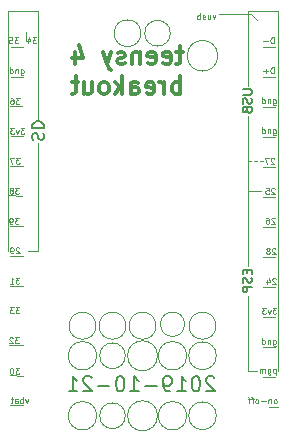
<source format=gbo>
G04 #@! TF.GenerationSoftware,KiCad,Pcbnew,(5.1.4)-1*
G04 #@! TF.CreationDate,2019-11-09T18:50:37+08:00*
G04 #@! TF.ProjectId,teensy4_header_breakout,7465656e-7379-4345-9f68-65616465725f,rev?*
G04 #@! TF.SameCoordinates,Original*
G04 #@! TF.FileFunction,Legend,Bot*
G04 #@! TF.FilePolarity,Positive*
%FSLAX46Y46*%
G04 Gerber Fmt 4.6, Leading zero omitted, Abs format (unit mm)*
G04 Created by KiCad (PCBNEW (5.1.4)-1) date 2019-11-09 18:50:37*
%MOMM*%
%LPD*%
G04 APERTURE LIST*
%ADD10C,0.120000*%
%ADD11C,0.076200*%
%ADD12C,0.127000*%
%ADD13C,0.150000*%
%ADD14C,0.203200*%
%ADD15C,0.300000*%
G04 APERTURE END LIST*
D10*
X149809200Y-88061800D02*
X148793200Y-88061800D01*
X149860000Y-93116400D02*
X148793200Y-93116400D01*
X149834600Y-95656400D02*
X148742400Y-95631000D01*
X149885400Y-98221800D02*
X148767800Y-98221800D01*
X149860000Y-100761800D02*
X148793200Y-100761800D01*
X149860000Y-103276400D02*
X148767800Y-103276400D01*
X148717000Y-108331000D02*
X149860000Y-108331000D01*
X148793200Y-110871000D02*
X149860000Y-110896400D01*
X148767800Y-113385600D02*
X149910800Y-113385600D01*
D11*
X150331714Y-112895742D02*
X150210761Y-113234409D01*
X150089809Y-112895742D01*
X149896285Y-113234409D02*
X149896285Y-112726409D01*
X149896285Y-112919933D02*
X149847904Y-112895742D01*
X149751142Y-112895742D01*
X149702761Y-112919933D01*
X149678571Y-112944123D01*
X149654380Y-112992504D01*
X149654380Y-113137647D01*
X149678571Y-113186028D01*
X149702761Y-113210219D01*
X149751142Y-113234409D01*
X149847904Y-113234409D01*
X149896285Y-113210219D01*
X149218952Y-113234409D02*
X149218952Y-112968314D01*
X149243142Y-112919933D01*
X149291523Y-112895742D01*
X149388285Y-112895742D01*
X149436666Y-112919933D01*
X149218952Y-113210219D02*
X149267333Y-113234409D01*
X149388285Y-113234409D01*
X149436666Y-113210219D01*
X149460857Y-113161838D01*
X149460857Y-113113457D01*
X149436666Y-113065076D01*
X149388285Y-113040885D01*
X149267333Y-113040885D01*
X149218952Y-113016695D01*
X149049619Y-112895742D02*
X148856095Y-112895742D01*
X148977047Y-112726409D02*
X148977047Y-113161838D01*
X148952857Y-113210219D01*
X148904476Y-113234409D01*
X148856095Y-113234409D01*
X149585438Y-110262609D02*
X149270961Y-110262609D01*
X149440295Y-110456133D01*
X149367723Y-110456133D01*
X149319342Y-110480323D01*
X149295152Y-110504514D01*
X149270961Y-110552895D01*
X149270961Y-110673847D01*
X149295152Y-110722228D01*
X149319342Y-110746419D01*
X149367723Y-110770609D01*
X149512866Y-110770609D01*
X149561247Y-110746419D01*
X149585438Y-110722228D01*
X148956485Y-110262609D02*
X148908104Y-110262609D01*
X148859723Y-110286800D01*
X148835533Y-110310990D01*
X148811342Y-110359371D01*
X148787152Y-110456133D01*
X148787152Y-110577085D01*
X148811342Y-110673847D01*
X148835533Y-110722228D01*
X148859723Y-110746419D01*
X148908104Y-110770609D01*
X148956485Y-110770609D01*
X149004866Y-110746419D01*
X149029057Y-110722228D01*
X149053247Y-110673847D01*
X149077438Y-110577085D01*
X149077438Y-110456133D01*
X149053247Y-110359371D01*
X149029057Y-110310990D01*
X149004866Y-110286800D01*
X148956485Y-110262609D01*
X149534638Y-107671809D02*
X149220161Y-107671809D01*
X149389495Y-107865333D01*
X149316923Y-107865333D01*
X149268542Y-107889523D01*
X149244352Y-107913714D01*
X149220161Y-107962095D01*
X149220161Y-108083047D01*
X149244352Y-108131428D01*
X149268542Y-108155619D01*
X149316923Y-108179809D01*
X149462066Y-108179809D01*
X149510447Y-108155619D01*
X149534638Y-108131428D01*
X149026638Y-107720190D02*
X149002447Y-107696000D01*
X148954066Y-107671809D01*
X148833114Y-107671809D01*
X148784733Y-107696000D01*
X148760542Y-107720190D01*
X148736352Y-107768571D01*
X148736352Y-107816952D01*
X148760542Y-107889523D01*
X149050828Y-108179809D01*
X148736352Y-108179809D01*
X149585438Y-105131809D02*
X149270961Y-105131809D01*
X149440295Y-105325333D01*
X149367723Y-105325333D01*
X149319342Y-105349523D01*
X149295152Y-105373714D01*
X149270961Y-105422095D01*
X149270961Y-105543047D01*
X149295152Y-105591428D01*
X149319342Y-105615619D01*
X149367723Y-105639809D01*
X149512866Y-105639809D01*
X149561247Y-105615619D01*
X149585438Y-105591428D01*
X149101628Y-105131809D02*
X148787152Y-105131809D01*
X148956485Y-105325333D01*
X148883914Y-105325333D01*
X148835533Y-105349523D01*
X148811342Y-105373714D01*
X148787152Y-105422095D01*
X148787152Y-105543047D01*
X148811342Y-105591428D01*
X148835533Y-105615619D01*
X148883914Y-105639809D01*
X149029057Y-105639809D01*
X149077438Y-105615619D01*
X149101628Y-105591428D01*
X149585438Y-102617209D02*
X149270961Y-102617209D01*
X149440295Y-102810733D01*
X149367723Y-102810733D01*
X149319342Y-102834923D01*
X149295152Y-102859114D01*
X149270961Y-102907495D01*
X149270961Y-103028447D01*
X149295152Y-103076828D01*
X149319342Y-103101019D01*
X149367723Y-103125209D01*
X149512866Y-103125209D01*
X149561247Y-103101019D01*
X149585438Y-103076828D01*
X148787152Y-103125209D02*
X149077438Y-103125209D01*
X148932295Y-103125209D02*
X148932295Y-102617209D01*
X148980676Y-102689780D01*
X149029057Y-102738161D01*
X149077438Y-102762352D01*
X149586647Y-100100190D02*
X149562457Y-100076000D01*
X149514076Y-100051809D01*
X149393123Y-100051809D01*
X149344742Y-100076000D01*
X149320552Y-100100190D01*
X149296361Y-100148571D01*
X149296361Y-100196952D01*
X149320552Y-100269523D01*
X149610838Y-100559809D01*
X149296361Y-100559809D01*
X149054457Y-100559809D02*
X148957695Y-100559809D01*
X148909314Y-100535619D01*
X148885123Y-100511428D01*
X148836742Y-100438857D01*
X148812552Y-100342095D01*
X148812552Y-100148571D01*
X148836742Y-100100190D01*
X148860933Y-100076000D01*
X148909314Y-100051809D01*
X149006076Y-100051809D01*
X149054457Y-100076000D01*
X149078647Y-100100190D01*
X149102838Y-100148571D01*
X149102838Y-100269523D01*
X149078647Y-100317904D01*
X149054457Y-100342095D01*
X149006076Y-100366285D01*
X148909314Y-100366285D01*
X148860933Y-100342095D01*
X148836742Y-100317904D01*
X148812552Y-100269523D01*
X149534638Y-97562609D02*
X149220161Y-97562609D01*
X149389495Y-97756133D01*
X149316923Y-97756133D01*
X149268542Y-97780323D01*
X149244352Y-97804514D01*
X149220161Y-97852895D01*
X149220161Y-97973847D01*
X149244352Y-98022228D01*
X149268542Y-98046419D01*
X149316923Y-98070609D01*
X149462066Y-98070609D01*
X149510447Y-98046419D01*
X149534638Y-98022228D01*
X148978257Y-98070609D02*
X148881495Y-98070609D01*
X148833114Y-98046419D01*
X148808923Y-98022228D01*
X148760542Y-97949657D01*
X148736352Y-97852895D01*
X148736352Y-97659371D01*
X148760542Y-97610990D01*
X148784733Y-97586800D01*
X148833114Y-97562609D01*
X148929876Y-97562609D01*
X148978257Y-97586800D01*
X149002447Y-97610990D01*
X149026638Y-97659371D01*
X149026638Y-97780323D01*
X149002447Y-97828704D01*
X148978257Y-97852895D01*
X148929876Y-97877085D01*
X148833114Y-97877085D01*
X148784733Y-97852895D01*
X148760542Y-97828704D01*
X148736352Y-97780323D01*
X149560038Y-94997209D02*
X149245561Y-94997209D01*
X149414895Y-95190733D01*
X149342323Y-95190733D01*
X149293942Y-95214923D01*
X149269752Y-95239114D01*
X149245561Y-95287495D01*
X149245561Y-95408447D01*
X149269752Y-95456828D01*
X149293942Y-95481019D01*
X149342323Y-95505209D01*
X149487466Y-95505209D01*
X149535847Y-95481019D01*
X149560038Y-95456828D01*
X148955276Y-95214923D02*
X149003657Y-95190733D01*
X149027847Y-95166542D01*
X149052038Y-95118161D01*
X149052038Y-95093971D01*
X149027847Y-95045590D01*
X149003657Y-95021400D01*
X148955276Y-94997209D01*
X148858514Y-94997209D01*
X148810133Y-95021400D01*
X148785942Y-95045590D01*
X148761752Y-95093971D01*
X148761752Y-95118161D01*
X148785942Y-95166542D01*
X148810133Y-95190733D01*
X148858514Y-95214923D01*
X148955276Y-95214923D01*
X149003657Y-95239114D01*
X149027847Y-95263304D01*
X149052038Y-95311685D01*
X149052038Y-95408447D01*
X149027847Y-95456828D01*
X149003657Y-95481019D01*
X148955276Y-95505209D01*
X148858514Y-95505209D01*
X148810133Y-95481019D01*
X148785942Y-95456828D01*
X148761752Y-95408447D01*
X148761752Y-95311685D01*
X148785942Y-95263304D01*
X148810133Y-95239114D01*
X148858514Y-95214923D01*
X149610838Y-92457209D02*
X149296361Y-92457209D01*
X149465695Y-92650733D01*
X149393123Y-92650733D01*
X149344742Y-92674923D01*
X149320552Y-92699114D01*
X149296361Y-92747495D01*
X149296361Y-92868447D01*
X149320552Y-92916828D01*
X149344742Y-92941019D01*
X149393123Y-92965209D01*
X149538266Y-92965209D01*
X149586647Y-92941019D01*
X149610838Y-92916828D01*
X149127028Y-92457209D02*
X148788361Y-92457209D01*
X149006076Y-92965209D01*
D10*
X149860000Y-90627200D02*
X148844000Y-90627200D01*
D11*
X150007561Y-89942609D02*
X149693085Y-89942609D01*
X149862419Y-90136133D01*
X149789847Y-90136133D01*
X149741466Y-90160323D01*
X149717276Y-90184514D01*
X149693085Y-90232895D01*
X149693085Y-90353847D01*
X149717276Y-90402228D01*
X149741466Y-90426419D01*
X149789847Y-90450609D01*
X149934990Y-90450609D01*
X149983371Y-90426419D01*
X150007561Y-90402228D01*
X149523752Y-90111942D02*
X149402800Y-90450609D01*
X149281847Y-90111942D01*
X149136704Y-89942609D02*
X148822228Y-89942609D01*
X148991561Y-90136133D01*
X148918990Y-90136133D01*
X148870609Y-90160323D01*
X148846419Y-90184514D01*
X148822228Y-90232895D01*
X148822228Y-90353847D01*
X148846419Y-90402228D01*
X148870609Y-90426419D01*
X148918990Y-90450609D01*
X149064133Y-90450609D01*
X149112514Y-90426419D01*
X149136704Y-90402228D01*
X149610838Y-87402609D02*
X149296361Y-87402609D01*
X149465695Y-87596133D01*
X149393123Y-87596133D01*
X149344742Y-87620323D01*
X149320552Y-87644514D01*
X149296361Y-87692895D01*
X149296361Y-87813847D01*
X149320552Y-87862228D01*
X149344742Y-87886419D01*
X149393123Y-87910609D01*
X149538266Y-87910609D01*
X149586647Y-87886419D01*
X149610838Y-87862228D01*
X148860933Y-87402609D02*
X148957695Y-87402609D01*
X149006076Y-87426800D01*
X149030266Y-87450990D01*
X149078647Y-87523561D01*
X149102838Y-87620323D01*
X149102838Y-87813847D01*
X149078647Y-87862228D01*
X149054457Y-87886419D01*
X149006076Y-87910609D01*
X148909314Y-87910609D01*
X148860933Y-87886419D01*
X148836742Y-87862228D01*
X148812552Y-87813847D01*
X148812552Y-87692895D01*
X148836742Y-87644514D01*
X148860933Y-87620323D01*
X148909314Y-87596133D01*
X149006076Y-87596133D01*
X149054457Y-87620323D01*
X149078647Y-87644514D01*
X149102838Y-87692895D01*
D10*
X148844000Y-85598000D02*
X149860000Y-85598000D01*
X150114000Y-82550000D02*
X150114000Y-81788000D01*
X148844000Y-83058000D02*
X149860000Y-83058000D01*
D11*
X151033238Y-82271809D02*
X150718761Y-82271809D01*
X150888095Y-82465333D01*
X150815523Y-82465333D01*
X150767142Y-82489523D01*
X150742952Y-82513714D01*
X150718761Y-82562095D01*
X150718761Y-82683047D01*
X150742952Y-82731428D01*
X150767142Y-82755619D01*
X150815523Y-82779809D01*
X150960666Y-82779809D01*
X151009047Y-82755619D01*
X151033238Y-82731428D01*
X150283333Y-82441142D02*
X150283333Y-82779809D01*
X150404285Y-82247619D02*
X150525238Y-82610476D01*
X150210761Y-82610476D01*
X149509238Y-82271809D02*
X149194761Y-82271809D01*
X149364095Y-82465333D01*
X149291523Y-82465333D01*
X149243142Y-82489523D01*
X149218952Y-82513714D01*
X149194761Y-82562095D01*
X149194761Y-82683047D01*
X149218952Y-82731428D01*
X149243142Y-82755619D01*
X149291523Y-82779809D01*
X149436666Y-82779809D01*
X149485047Y-82755619D01*
X149509238Y-82731428D01*
X148735142Y-82271809D02*
X148977047Y-82271809D01*
X149001238Y-82513714D01*
X148977047Y-82489523D01*
X148928666Y-82465333D01*
X148807714Y-82465333D01*
X148759333Y-82489523D01*
X148735142Y-82513714D01*
X148710952Y-82562095D01*
X148710952Y-82683047D01*
X148735142Y-82731428D01*
X148759333Y-82755619D01*
X148807714Y-82779809D01*
X148928666Y-82779809D01*
X148977047Y-82755619D01*
X149001238Y-82731428D01*
X149702761Y-84981142D02*
X149702761Y-85392380D01*
X149726952Y-85440761D01*
X149751142Y-85464952D01*
X149799523Y-85489142D01*
X149872095Y-85489142D01*
X149920476Y-85464952D01*
X149702761Y-85295619D02*
X149751142Y-85319809D01*
X149847904Y-85319809D01*
X149896285Y-85295619D01*
X149920476Y-85271428D01*
X149944666Y-85223047D01*
X149944666Y-85077904D01*
X149920476Y-85029523D01*
X149896285Y-85005333D01*
X149847904Y-84981142D01*
X149751142Y-84981142D01*
X149702761Y-85005333D01*
X149460857Y-84981142D02*
X149460857Y-85319809D01*
X149460857Y-85029523D02*
X149436666Y-85005333D01*
X149388285Y-84981142D01*
X149315714Y-84981142D01*
X149267333Y-85005333D01*
X149243142Y-85053714D01*
X149243142Y-85319809D01*
X148783523Y-85319809D02*
X148783523Y-84811809D01*
X148783523Y-85295619D02*
X148831904Y-85319809D01*
X148928666Y-85319809D01*
X148977047Y-85295619D01*
X149001238Y-85271428D01*
X149025428Y-85223047D01*
X149025428Y-85077904D01*
X149001238Y-85029523D01*
X148977047Y-85005333D01*
X148928666Y-84981142D01*
X148831904Y-84981142D01*
X148783523Y-85005333D01*
D10*
X169164000Y-80264000D02*
X169672000Y-80772000D01*
X166497000Y-80264000D02*
X169164000Y-80264000D01*
X171196000Y-108458000D02*
X170180000Y-108458000D01*
X171450000Y-113538000D02*
X170688000Y-113538000D01*
X171196000Y-110998000D02*
X170180000Y-110998000D01*
X171196000Y-105918000D02*
X170180000Y-105918000D01*
X171196000Y-103378000D02*
X170180000Y-103378000D01*
X171196000Y-100838000D02*
X170180000Y-100838000D01*
X171196000Y-98298000D02*
X170180000Y-98298000D01*
X171196000Y-95758000D02*
X170180000Y-95758000D01*
X171196000Y-93218000D02*
X170180000Y-93218000D01*
X171196000Y-90678000D02*
X170180000Y-90678000D01*
X171196000Y-88138000D02*
X170180000Y-88138000D01*
X171196000Y-85598000D02*
X170180000Y-85598000D01*
X171196000Y-83058000D02*
X170180000Y-83058000D01*
D11*
X166190990Y-80409142D02*
X166070038Y-80747809D01*
X165949085Y-80409142D01*
X165537847Y-80409142D02*
X165537847Y-80747809D01*
X165755561Y-80409142D02*
X165755561Y-80675238D01*
X165731371Y-80723619D01*
X165682990Y-80747809D01*
X165610419Y-80747809D01*
X165562038Y-80723619D01*
X165537847Y-80699428D01*
X165320133Y-80723619D02*
X165271752Y-80747809D01*
X165174990Y-80747809D01*
X165126609Y-80723619D01*
X165102419Y-80675238D01*
X165102419Y-80651047D01*
X165126609Y-80602666D01*
X165174990Y-80578476D01*
X165247561Y-80578476D01*
X165295942Y-80554285D01*
X165320133Y-80505904D01*
X165320133Y-80481714D01*
X165295942Y-80433333D01*
X165247561Y-80409142D01*
X165174990Y-80409142D01*
X165126609Y-80433333D01*
X164884704Y-80747809D02*
X164884704Y-80239809D01*
X164884704Y-80433333D02*
X164836323Y-80409142D01*
X164739561Y-80409142D01*
X164691180Y-80433333D01*
X164666990Y-80457523D01*
X164642800Y-80505904D01*
X164642800Y-80651047D01*
X164666990Y-80699428D01*
X164691180Y-80723619D01*
X164739561Y-80747809D01*
X164836323Y-80747809D01*
X164884704Y-80723619D01*
X171135523Y-82779809D02*
X171135523Y-82271809D01*
X171014571Y-82271809D01*
X170942000Y-82296000D01*
X170893619Y-82344380D01*
X170869428Y-82392761D01*
X170845238Y-82489523D01*
X170845238Y-82562095D01*
X170869428Y-82658857D01*
X170893619Y-82707238D01*
X170942000Y-82755619D01*
X171014571Y-82779809D01*
X171135523Y-82779809D01*
X170627523Y-82586285D02*
X170240476Y-82586285D01*
X171135523Y-85319809D02*
X171135523Y-84811809D01*
X171014571Y-84811809D01*
X170942000Y-84836000D01*
X170893619Y-84884380D01*
X170869428Y-84932761D01*
X170845238Y-85029523D01*
X170845238Y-85102095D01*
X170869428Y-85198857D01*
X170893619Y-85247238D01*
X170942000Y-85295619D01*
X171014571Y-85319809D01*
X171135523Y-85319809D01*
X170627523Y-85126285D02*
X170240476Y-85126285D01*
X170434000Y-85319809D02*
X170434000Y-84932761D01*
X171064161Y-90061142D02*
X171064161Y-90472380D01*
X171088352Y-90520761D01*
X171112542Y-90544952D01*
X171160923Y-90569142D01*
X171233495Y-90569142D01*
X171281876Y-90544952D01*
X171064161Y-90375619D02*
X171112542Y-90399809D01*
X171209304Y-90399809D01*
X171257685Y-90375619D01*
X171281876Y-90351428D01*
X171306066Y-90303047D01*
X171306066Y-90157904D01*
X171281876Y-90109523D01*
X171257685Y-90085333D01*
X171209304Y-90061142D01*
X171112542Y-90061142D01*
X171064161Y-90085333D01*
X170822257Y-90061142D02*
X170822257Y-90399809D01*
X170822257Y-90109523D02*
X170798066Y-90085333D01*
X170749685Y-90061142D01*
X170677114Y-90061142D01*
X170628733Y-90085333D01*
X170604542Y-90133714D01*
X170604542Y-90399809D01*
X170144923Y-90399809D02*
X170144923Y-89891809D01*
X170144923Y-90375619D02*
X170193304Y-90399809D01*
X170290066Y-90399809D01*
X170338447Y-90375619D01*
X170362638Y-90351428D01*
X170386828Y-90303047D01*
X170386828Y-90157904D01*
X170362638Y-90109523D01*
X170338447Y-90085333D01*
X170290066Y-90061142D01*
X170193304Y-90061142D01*
X170144923Y-90085333D01*
X171064161Y-87521142D02*
X171064161Y-87932380D01*
X171088352Y-87980761D01*
X171112542Y-88004952D01*
X171160923Y-88029142D01*
X171233495Y-88029142D01*
X171281876Y-88004952D01*
X171064161Y-87835619D02*
X171112542Y-87859809D01*
X171209304Y-87859809D01*
X171257685Y-87835619D01*
X171281876Y-87811428D01*
X171306066Y-87763047D01*
X171306066Y-87617904D01*
X171281876Y-87569523D01*
X171257685Y-87545333D01*
X171209304Y-87521142D01*
X171112542Y-87521142D01*
X171064161Y-87545333D01*
X170822257Y-87521142D02*
X170822257Y-87859809D01*
X170822257Y-87569523D02*
X170798066Y-87545333D01*
X170749685Y-87521142D01*
X170677114Y-87521142D01*
X170628733Y-87545333D01*
X170604542Y-87593714D01*
X170604542Y-87859809D01*
X170144923Y-87859809D02*
X170144923Y-87351809D01*
X170144923Y-87835619D02*
X170193304Y-87859809D01*
X170290066Y-87859809D01*
X170338447Y-87835619D01*
X170362638Y-87811428D01*
X170386828Y-87763047D01*
X170386828Y-87617904D01*
X170362638Y-87569523D01*
X170338447Y-87545333D01*
X170290066Y-87521142D01*
X170193304Y-87521142D01*
X170144923Y-87545333D01*
X171280666Y-113259809D02*
X171329047Y-113235619D01*
X171353238Y-113211428D01*
X171377428Y-113163047D01*
X171377428Y-113017904D01*
X171353238Y-112969523D01*
X171329047Y-112945333D01*
X171280666Y-112921142D01*
X171208095Y-112921142D01*
X171159714Y-112945333D01*
X171135523Y-112969523D01*
X171111333Y-113017904D01*
X171111333Y-113163047D01*
X171135523Y-113211428D01*
X171159714Y-113235619D01*
X171208095Y-113259809D01*
X171280666Y-113259809D01*
X170893619Y-112921142D02*
X170893619Y-113259809D01*
X170893619Y-112969523D02*
X170869428Y-112945333D01*
X170821047Y-112921142D01*
X170748476Y-112921142D01*
X170700095Y-112945333D01*
X170675904Y-112993714D01*
X170675904Y-113259809D01*
X170434000Y-113066285D02*
X170046952Y-113066285D01*
X169732476Y-113259809D02*
X169780857Y-113235619D01*
X169805047Y-113211428D01*
X169829238Y-113163047D01*
X169829238Y-113017904D01*
X169805047Y-112969523D01*
X169780857Y-112945333D01*
X169732476Y-112921142D01*
X169659904Y-112921142D01*
X169611523Y-112945333D01*
X169587333Y-112969523D01*
X169563142Y-113017904D01*
X169563142Y-113163047D01*
X169587333Y-113211428D01*
X169611523Y-113235619D01*
X169659904Y-113259809D01*
X169732476Y-113259809D01*
X169418000Y-112921142D02*
X169224476Y-112921142D01*
X169345428Y-113259809D02*
X169345428Y-112824380D01*
X169321238Y-112776000D01*
X169272857Y-112751809D01*
X169224476Y-112751809D01*
X169127714Y-112921142D02*
X168934190Y-112921142D01*
X169055142Y-113259809D02*
X169055142Y-112824380D01*
X169030952Y-112776000D01*
X168982571Y-112751809D01*
X168934190Y-112751809D01*
X171289133Y-110304942D02*
X171289133Y-110812942D01*
X171289133Y-110329133D02*
X171240752Y-110304942D01*
X171143990Y-110304942D01*
X171095609Y-110329133D01*
X171071419Y-110353323D01*
X171047228Y-110401704D01*
X171047228Y-110546847D01*
X171071419Y-110595228D01*
X171095609Y-110619419D01*
X171143990Y-110643609D01*
X171240752Y-110643609D01*
X171289133Y-110619419D01*
X170611800Y-110304942D02*
X170611800Y-110716180D01*
X170635990Y-110764561D01*
X170660180Y-110788752D01*
X170708561Y-110812942D01*
X170781133Y-110812942D01*
X170829514Y-110788752D01*
X170611800Y-110619419D02*
X170660180Y-110643609D01*
X170756942Y-110643609D01*
X170805323Y-110619419D01*
X170829514Y-110595228D01*
X170853704Y-110546847D01*
X170853704Y-110401704D01*
X170829514Y-110353323D01*
X170805323Y-110329133D01*
X170756942Y-110304942D01*
X170660180Y-110304942D01*
X170611800Y-110329133D01*
X170369895Y-110643609D02*
X170369895Y-110304942D01*
X170369895Y-110353323D02*
X170345704Y-110329133D01*
X170297323Y-110304942D01*
X170224752Y-110304942D01*
X170176371Y-110329133D01*
X170152180Y-110377514D01*
X170152180Y-110643609D01*
X170152180Y-110377514D02*
X170127990Y-110329133D01*
X170079609Y-110304942D01*
X170007038Y-110304942D01*
X169958657Y-110329133D01*
X169934466Y-110377514D01*
X169934466Y-110643609D01*
X171064161Y-107891942D02*
X171064161Y-108303180D01*
X171088352Y-108351561D01*
X171112542Y-108375752D01*
X171160923Y-108399942D01*
X171233495Y-108399942D01*
X171281876Y-108375752D01*
X171064161Y-108206419D02*
X171112542Y-108230609D01*
X171209304Y-108230609D01*
X171257685Y-108206419D01*
X171281876Y-108182228D01*
X171306066Y-108133847D01*
X171306066Y-107988704D01*
X171281876Y-107940323D01*
X171257685Y-107916133D01*
X171209304Y-107891942D01*
X171112542Y-107891942D01*
X171064161Y-107916133D01*
X170822257Y-107891942D02*
X170822257Y-108230609D01*
X170822257Y-107940323D02*
X170798066Y-107916133D01*
X170749685Y-107891942D01*
X170677114Y-107891942D01*
X170628733Y-107916133D01*
X170604542Y-107964514D01*
X170604542Y-108230609D01*
X170144923Y-108230609D02*
X170144923Y-107722609D01*
X170144923Y-108206419D02*
X170193304Y-108230609D01*
X170290066Y-108230609D01*
X170338447Y-108206419D01*
X170362638Y-108182228D01*
X170386828Y-108133847D01*
X170386828Y-107988704D01*
X170362638Y-107940323D01*
X170338447Y-107916133D01*
X170290066Y-107891942D01*
X170193304Y-107891942D01*
X170144923Y-107916133D01*
X171343561Y-105157209D02*
X171029085Y-105157209D01*
X171198419Y-105350733D01*
X171125847Y-105350733D01*
X171077466Y-105374923D01*
X171053276Y-105399114D01*
X171029085Y-105447495D01*
X171029085Y-105568447D01*
X171053276Y-105616828D01*
X171077466Y-105641019D01*
X171125847Y-105665209D01*
X171270990Y-105665209D01*
X171319371Y-105641019D01*
X171343561Y-105616828D01*
X170859752Y-105326542D02*
X170738800Y-105665209D01*
X170617847Y-105326542D01*
X170472704Y-105157209D02*
X170158228Y-105157209D01*
X170327561Y-105350733D01*
X170254990Y-105350733D01*
X170206609Y-105374923D01*
X170182419Y-105399114D01*
X170158228Y-105447495D01*
X170158228Y-105568447D01*
X170182419Y-105616828D01*
X170206609Y-105641019D01*
X170254990Y-105665209D01*
X170400133Y-105665209D01*
X170448514Y-105641019D01*
X170472704Y-105616828D01*
X171303647Y-102690990D02*
X171279457Y-102666800D01*
X171231076Y-102642609D01*
X171110123Y-102642609D01*
X171061742Y-102666800D01*
X171037552Y-102690990D01*
X171013361Y-102739371D01*
X171013361Y-102787752D01*
X171037552Y-102860323D01*
X171327838Y-103150609D01*
X171013361Y-103150609D01*
X170577933Y-102811942D02*
X170577933Y-103150609D01*
X170698885Y-102618419D02*
X170819838Y-102981276D01*
X170505361Y-102981276D01*
X171278247Y-100150990D02*
X171254057Y-100126800D01*
X171205676Y-100102609D01*
X171084723Y-100102609D01*
X171036342Y-100126800D01*
X171012152Y-100150990D01*
X170987961Y-100199371D01*
X170987961Y-100247752D01*
X171012152Y-100320323D01*
X171302438Y-100610609D01*
X170987961Y-100610609D01*
X170697676Y-100320323D02*
X170746057Y-100296133D01*
X170770247Y-100271942D01*
X170794438Y-100223561D01*
X170794438Y-100199371D01*
X170770247Y-100150990D01*
X170746057Y-100126800D01*
X170697676Y-100102609D01*
X170600914Y-100102609D01*
X170552533Y-100126800D01*
X170528342Y-100150990D01*
X170504152Y-100199371D01*
X170504152Y-100223561D01*
X170528342Y-100271942D01*
X170552533Y-100296133D01*
X170600914Y-100320323D01*
X170697676Y-100320323D01*
X170746057Y-100344514D01*
X170770247Y-100368704D01*
X170794438Y-100417085D01*
X170794438Y-100513847D01*
X170770247Y-100562228D01*
X170746057Y-100586419D01*
X170697676Y-100610609D01*
X170600914Y-100610609D01*
X170552533Y-100586419D01*
X170528342Y-100562228D01*
X170504152Y-100513847D01*
X170504152Y-100417085D01*
X170528342Y-100368704D01*
X170552533Y-100344514D01*
X170600914Y-100320323D01*
X171227447Y-97585590D02*
X171203257Y-97561400D01*
X171154876Y-97537209D01*
X171033923Y-97537209D01*
X170985542Y-97561400D01*
X170961352Y-97585590D01*
X170937161Y-97633971D01*
X170937161Y-97682352D01*
X170961352Y-97754923D01*
X171251638Y-98045209D01*
X170937161Y-98045209D01*
X170501733Y-97537209D02*
X170598495Y-97537209D01*
X170646876Y-97561400D01*
X170671066Y-97585590D01*
X170719447Y-97658161D01*
X170743638Y-97754923D01*
X170743638Y-97948447D01*
X170719447Y-97996828D01*
X170695257Y-98021019D01*
X170646876Y-98045209D01*
X170550114Y-98045209D01*
X170501733Y-98021019D01*
X170477542Y-97996828D01*
X170453352Y-97948447D01*
X170453352Y-97827495D01*
X170477542Y-97779114D01*
X170501733Y-97754923D01*
X170550114Y-97730733D01*
X170646876Y-97730733D01*
X170695257Y-97754923D01*
X170719447Y-97779114D01*
X170743638Y-97827495D01*
X171202047Y-95070990D02*
X171177857Y-95046800D01*
X171129476Y-95022609D01*
X171008523Y-95022609D01*
X170960142Y-95046800D01*
X170935952Y-95070990D01*
X170911761Y-95119371D01*
X170911761Y-95167752D01*
X170935952Y-95240323D01*
X171226238Y-95530609D01*
X170911761Y-95530609D01*
X170452142Y-95022609D02*
X170694047Y-95022609D01*
X170718238Y-95264514D01*
X170694047Y-95240323D01*
X170645666Y-95216133D01*
X170524714Y-95216133D01*
X170476333Y-95240323D01*
X170452142Y-95264514D01*
X170427952Y-95312895D01*
X170427952Y-95433847D01*
X170452142Y-95482228D01*
X170476333Y-95506419D01*
X170524714Y-95530609D01*
X170645666Y-95530609D01*
X170694047Y-95506419D01*
X170718238Y-95482228D01*
X171151247Y-92530990D02*
X171127057Y-92506800D01*
X171078676Y-92482609D01*
X170957723Y-92482609D01*
X170909342Y-92506800D01*
X170885152Y-92530990D01*
X170860961Y-92579371D01*
X170860961Y-92627752D01*
X170885152Y-92700323D01*
X171175438Y-92990609D01*
X170860961Y-92990609D01*
X170691628Y-92482609D02*
X170352961Y-92482609D01*
X170570676Y-92990609D01*
D10*
X169926000Y-92710000D02*
X170180000Y-92710000D01*
X169418000Y-92710000D02*
X169672000Y-92710000D01*
X168910000Y-92710000D02*
X169164000Y-92710000D01*
X168910000Y-110490000D02*
X168910000Y-104140000D01*
X168910000Y-95250000D02*
X168910000Y-101600000D01*
D12*
X168855571Y-101962857D02*
X168855571Y-102216857D01*
X169254714Y-102325714D02*
X169254714Y-101962857D01*
X168492714Y-101962857D01*
X168492714Y-102325714D01*
X169218428Y-102616000D02*
X169254714Y-102724857D01*
X169254714Y-102906285D01*
X169218428Y-102978857D01*
X169182142Y-103015142D01*
X169109571Y-103051428D01*
X169037000Y-103051428D01*
X168964428Y-103015142D01*
X168928142Y-102978857D01*
X168891857Y-102906285D01*
X168855571Y-102761142D01*
X168819285Y-102688571D01*
X168783000Y-102652285D01*
X168710428Y-102616000D01*
X168637857Y-102616000D01*
X168565285Y-102652285D01*
X168529000Y-102688571D01*
X168492714Y-102761142D01*
X168492714Y-102942571D01*
X168529000Y-103051428D01*
X169254714Y-103378000D02*
X168492714Y-103378000D01*
X168492714Y-103668285D01*
X168529000Y-103740857D01*
X168565285Y-103777142D01*
X168637857Y-103813428D01*
X168746714Y-103813428D01*
X168819285Y-103777142D01*
X168855571Y-103740857D01*
X168891857Y-103668285D01*
X168891857Y-103378000D01*
D10*
X171450000Y-110490000D02*
X171450000Y-95250000D01*
X168910000Y-110490000D02*
X169722800Y-110490000D01*
X168910000Y-88900000D02*
X168910000Y-95250000D01*
X168910000Y-80010000D02*
X168910000Y-86360000D01*
D12*
X168492714Y-86668428D02*
X169109571Y-86668428D01*
X169182142Y-86704714D01*
X169218428Y-86741000D01*
X169254714Y-86813571D01*
X169254714Y-86958714D01*
X169218428Y-87031285D01*
X169182142Y-87067571D01*
X169109571Y-87103857D01*
X168492714Y-87103857D01*
X169218428Y-87430428D02*
X169254714Y-87539285D01*
X169254714Y-87720714D01*
X169218428Y-87793285D01*
X169182142Y-87829571D01*
X169109571Y-87865857D01*
X169037000Y-87865857D01*
X168964428Y-87829571D01*
X168928142Y-87793285D01*
X168891857Y-87720714D01*
X168855571Y-87575571D01*
X168819285Y-87503000D01*
X168783000Y-87466714D01*
X168710428Y-87430428D01*
X168637857Y-87430428D01*
X168565285Y-87466714D01*
X168529000Y-87503000D01*
X168492714Y-87575571D01*
X168492714Y-87757000D01*
X168529000Y-87865857D01*
X168855571Y-88446428D02*
X168891857Y-88555285D01*
X168928142Y-88591571D01*
X169000714Y-88627857D01*
X169109571Y-88627857D01*
X169182142Y-88591571D01*
X169218428Y-88555285D01*
X169254714Y-88482714D01*
X169254714Y-88192428D01*
X168492714Y-88192428D01*
X168492714Y-88446428D01*
X168529000Y-88519000D01*
X168565285Y-88555285D01*
X168637857Y-88591571D01*
X168710428Y-88591571D01*
X168783000Y-88555285D01*
X168819285Y-88519000D01*
X168855571Y-88446428D01*
X168855571Y-88192428D01*
D10*
X151130000Y-100330000D02*
X151130000Y-91186000D01*
X150876000Y-100330000D02*
X151130000Y-100330000D01*
X151130000Y-80010000D02*
X151130000Y-89154000D01*
D13*
X150725238Y-90955714D02*
X150677619Y-90812857D01*
X150677619Y-90574761D01*
X150725238Y-90479523D01*
X150772857Y-90431904D01*
X150868095Y-90384285D01*
X150963333Y-90384285D01*
X151058571Y-90431904D01*
X151106190Y-90479523D01*
X151153809Y-90574761D01*
X151201428Y-90765238D01*
X151249047Y-90860476D01*
X151296666Y-90908095D01*
X151391904Y-90955714D01*
X151487142Y-90955714D01*
X151582380Y-90908095D01*
X151630000Y-90860476D01*
X151677619Y-90765238D01*
X151677619Y-90527142D01*
X151630000Y-90384285D01*
X150677619Y-89955714D02*
X151677619Y-89955714D01*
X151677619Y-89717619D01*
X151630000Y-89574761D01*
X151534761Y-89479523D01*
X151439523Y-89431904D01*
X151249047Y-89384285D01*
X151106190Y-89384285D01*
X150915714Y-89431904D01*
X150820476Y-89479523D01*
X150725238Y-89574761D01*
X150677619Y-89717619D01*
X150677619Y-89955714D01*
D10*
X170078400Y-95250000D02*
X168910000Y-95250000D01*
X171450000Y-80010000D02*
X171450000Y-95250000D01*
X168910000Y-80010000D02*
X171450000Y-80010000D01*
X148590000Y-80010000D02*
X151130000Y-80010000D01*
X148590000Y-100330000D02*
X148590000Y-80010000D01*
X150876000Y-100330000D02*
X150317200Y-100330000D01*
X166270882Y-114300000D02*
G75*
G03X166270882Y-114300000I-1170882J0D01*
G01*
X163764828Y-114300000D02*
G75*
G03X163764828Y-114300000I-1204828J0D01*
G01*
X161290000Y-114300000D02*
G75*
G03X161290000Y-114300000I-1270000J0D01*
G01*
X158565088Y-114300000D02*
G75*
G03X158565088Y-114300000I-1085088J0D01*
G01*
X156144828Y-114300000D02*
G75*
G03X156144828Y-114300000I-1204828J0D01*
G01*
X156144828Y-109220000D02*
G75*
G03X156144828Y-109220000I-1204828J0D01*
G01*
X158565088Y-109220000D02*
G75*
G03X158565088Y-109220000I-1085088J0D01*
G01*
X161290000Y-109220000D02*
G75*
G03X161290000Y-109220000I-1270000J0D01*
G01*
X163764828Y-109220000D02*
G75*
G03X163764828Y-109220000I-1204828J0D01*
G01*
X166270882Y-109220000D02*
G75*
G03X166270882Y-109220000I-1170882J0D01*
G01*
X166243000Y-106680000D02*
G75*
G03X166243000Y-106680000I-1143000J0D01*
G01*
X163583907Y-106553000D02*
G75*
G03X163583907Y-106553000I-1023907J0D01*
G01*
X161163000Y-106680000D02*
G75*
G03X161163000Y-106680000I-1143000J0D01*
G01*
X158623000Y-106680000D02*
G75*
G03X158623000Y-106680000I-1143000J0D01*
G01*
X156083000Y-106680000D02*
G75*
G03X156083000Y-106680000I-1143000J0D01*
G01*
X159885923Y-81915000D02*
G75*
G03X159885923Y-81915000I-1135923J0D01*
G01*
X162375088Y-81915000D02*
G75*
G03X162375088Y-81915000I-1085088J0D01*
G01*
X166395151Y-83820000D02*
G75*
G03X166395151Y-83820000I-1295151J0D01*
G01*
D14*
X166112371Y-111083876D02*
X166051895Y-111023400D01*
X165930942Y-110962923D01*
X165628561Y-110962923D01*
X165507609Y-111023400D01*
X165447133Y-111083876D01*
X165386657Y-111204828D01*
X165386657Y-111325780D01*
X165447133Y-111507209D01*
X166172847Y-112232923D01*
X165386657Y-112232923D01*
X164600466Y-110962923D02*
X164479514Y-110962923D01*
X164358561Y-111023400D01*
X164298085Y-111083876D01*
X164237609Y-111204828D01*
X164177133Y-111446733D01*
X164177133Y-111749114D01*
X164237609Y-111991019D01*
X164298085Y-112111971D01*
X164358561Y-112172447D01*
X164479514Y-112232923D01*
X164600466Y-112232923D01*
X164721419Y-112172447D01*
X164781895Y-112111971D01*
X164842371Y-111991019D01*
X164902847Y-111749114D01*
X164902847Y-111446733D01*
X164842371Y-111204828D01*
X164781895Y-111083876D01*
X164721419Y-111023400D01*
X164600466Y-110962923D01*
X162967609Y-112232923D02*
X163693323Y-112232923D01*
X163330466Y-112232923D02*
X163330466Y-110962923D01*
X163451419Y-111144352D01*
X163572371Y-111265304D01*
X163693323Y-111325780D01*
X162362847Y-112232923D02*
X162120942Y-112232923D01*
X161999990Y-112172447D01*
X161939514Y-112111971D01*
X161818561Y-111930542D01*
X161758085Y-111688638D01*
X161758085Y-111204828D01*
X161818561Y-111083876D01*
X161879038Y-111023400D01*
X161999990Y-110962923D01*
X162241895Y-110962923D01*
X162362847Y-111023400D01*
X162423323Y-111083876D01*
X162483800Y-111204828D01*
X162483800Y-111507209D01*
X162423323Y-111628161D01*
X162362847Y-111688638D01*
X162241895Y-111749114D01*
X161999990Y-111749114D01*
X161879038Y-111688638D01*
X161818561Y-111628161D01*
X161758085Y-111507209D01*
X161213800Y-111749114D02*
X160246180Y-111749114D01*
X158976180Y-112232923D02*
X159701895Y-112232923D01*
X159339038Y-112232923D02*
X159339038Y-110962923D01*
X159459990Y-111144352D01*
X159580942Y-111265304D01*
X159701895Y-111325780D01*
X158189990Y-110962923D02*
X158069038Y-110962923D01*
X157948085Y-111023400D01*
X157887609Y-111083876D01*
X157827133Y-111204828D01*
X157766657Y-111446733D01*
X157766657Y-111749114D01*
X157827133Y-111991019D01*
X157887609Y-112111971D01*
X157948085Y-112172447D01*
X158069038Y-112232923D01*
X158189990Y-112232923D01*
X158310942Y-112172447D01*
X158371419Y-112111971D01*
X158431895Y-111991019D01*
X158492371Y-111749114D01*
X158492371Y-111446733D01*
X158431895Y-111204828D01*
X158371419Y-111083876D01*
X158310942Y-111023400D01*
X158189990Y-110962923D01*
X157222371Y-111749114D02*
X156254752Y-111749114D01*
X155710466Y-111083876D02*
X155649990Y-111023400D01*
X155529038Y-110962923D01*
X155226657Y-110962923D01*
X155105704Y-111023400D01*
X155045228Y-111083876D01*
X154984752Y-111204828D01*
X154984752Y-111325780D01*
X155045228Y-111507209D01*
X155770942Y-112232923D01*
X154984752Y-112232923D01*
X153775228Y-112232923D02*
X154500942Y-112232923D01*
X154138085Y-112232923D02*
X154138085Y-110962923D01*
X154259038Y-111144352D01*
X154379990Y-111265304D01*
X154500942Y-111325780D01*
D15*
X163438885Y-83518971D02*
X162867457Y-83518971D01*
X163224600Y-83018971D02*
X163224600Y-84304685D01*
X163153171Y-84447542D01*
X163010314Y-84518971D01*
X162867457Y-84518971D01*
X161796028Y-84447542D02*
X161938885Y-84518971D01*
X162224600Y-84518971D01*
X162367457Y-84447542D01*
X162438885Y-84304685D01*
X162438885Y-83733257D01*
X162367457Y-83590400D01*
X162224600Y-83518971D01*
X161938885Y-83518971D01*
X161796028Y-83590400D01*
X161724600Y-83733257D01*
X161724600Y-83876114D01*
X162438885Y-84018971D01*
X160510314Y-84447542D02*
X160653171Y-84518971D01*
X160938885Y-84518971D01*
X161081742Y-84447542D01*
X161153171Y-84304685D01*
X161153171Y-83733257D01*
X161081742Y-83590400D01*
X160938885Y-83518971D01*
X160653171Y-83518971D01*
X160510314Y-83590400D01*
X160438885Y-83733257D01*
X160438885Y-83876114D01*
X161153171Y-84018971D01*
X159796028Y-83518971D02*
X159796028Y-84518971D01*
X159796028Y-83661828D02*
X159724600Y-83590400D01*
X159581742Y-83518971D01*
X159367457Y-83518971D01*
X159224600Y-83590400D01*
X159153171Y-83733257D01*
X159153171Y-84518971D01*
X158510314Y-84447542D02*
X158367457Y-84518971D01*
X158081742Y-84518971D01*
X157938885Y-84447542D01*
X157867457Y-84304685D01*
X157867457Y-84233257D01*
X157938885Y-84090400D01*
X158081742Y-84018971D01*
X158296028Y-84018971D01*
X158438885Y-83947542D01*
X158510314Y-83804685D01*
X158510314Y-83733257D01*
X158438885Y-83590400D01*
X158296028Y-83518971D01*
X158081742Y-83518971D01*
X157938885Y-83590400D01*
X157367457Y-83518971D02*
X157010314Y-84518971D01*
X156653171Y-83518971D02*
X157010314Y-84518971D01*
X157153171Y-84876114D01*
X157224600Y-84947542D01*
X157367457Y-85018971D01*
X154296028Y-83518971D02*
X154296028Y-84518971D01*
X154653171Y-82947542D02*
X155010314Y-84018971D01*
X154081742Y-84018971D01*
X163224600Y-87068971D02*
X163224600Y-85568971D01*
X163224600Y-86140400D02*
X163081742Y-86068971D01*
X162796028Y-86068971D01*
X162653171Y-86140400D01*
X162581742Y-86211828D01*
X162510314Y-86354685D01*
X162510314Y-86783257D01*
X162581742Y-86926114D01*
X162653171Y-86997542D01*
X162796028Y-87068971D01*
X163081742Y-87068971D01*
X163224600Y-86997542D01*
X161867457Y-87068971D02*
X161867457Y-86068971D01*
X161867457Y-86354685D02*
X161796028Y-86211828D01*
X161724600Y-86140400D01*
X161581742Y-86068971D01*
X161438885Y-86068971D01*
X160367457Y-86997542D02*
X160510314Y-87068971D01*
X160796028Y-87068971D01*
X160938885Y-86997542D01*
X161010314Y-86854685D01*
X161010314Y-86283257D01*
X160938885Y-86140400D01*
X160796028Y-86068971D01*
X160510314Y-86068971D01*
X160367457Y-86140400D01*
X160296028Y-86283257D01*
X160296028Y-86426114D01*
X161010314Y-86568971D01*
X159010314Y-87068971D02*
X159010314Y-86283257D01*
X159081742Y-86140400D01*
X159224600Y-86068971D01*
X159510314Y-86068971D01*
X159653171Y-86140400D01*
X159010314Y-86997542D02*
X159153171Y-87068971D01*
X159510314Y-87068971D01*
X159653171Y-86997542D01*
X159724600Y-86854685D01*
X159724600Y-86711828D01*
X159653171Y-86568971D01*
X159510314Y-86497542D01*
X159153171Y-86497542D01*
X159010314Y-86426114D01*
X158296028Y-87068971D02*
X158296028Y-85568971D01*
X158153171Y-86497542D02*
X157724600Y-87068971D01*
X157724600Y-86068971D02*
X158296028Y-86640400D01*
X156867457Y-87068971D02*
X157010314Y-86997542D01*
X157081742Y-86926114D01*
X157153171Y-86783257D01*
X157153171Y-86354685D01*
X157081742Y-86211828D01*
X157010314Y-86140400D01*
X156867457Y-86068971D01*
X156653171Y-86068971D01*
X156510314Y-86140400D01*
X156438885Y-86211828D01*
X156367457Y-86354685D01*
X156367457Y-86783257D01*
X156438885Y-86926114D01*
X156510314Y-86997542D01*
X156653171Y-87068971D01*
X156867457Y-87068971D01*
X155081742Y-86068971D02*
X155081742Y-87068971D01*
X155724600Y-86068971D02*
X155724600Y-86854685D01*
X155653171Y-86997542D01*
X155510314Y-87068971D01*
X155296028Y-87068971D01*
X155153171Y-86997542D01*
X155081742Y-86926114D01*
X154581742Y-86068971D02*
X154010314Y-86068971D01*
X154367457Y-85568971D02*
X154367457Y-86854685D01*
X154296028Y-86997542D01*
X154153171Y-87068971D01*
X154010314Y-87068971D01*
M02*

</source>
